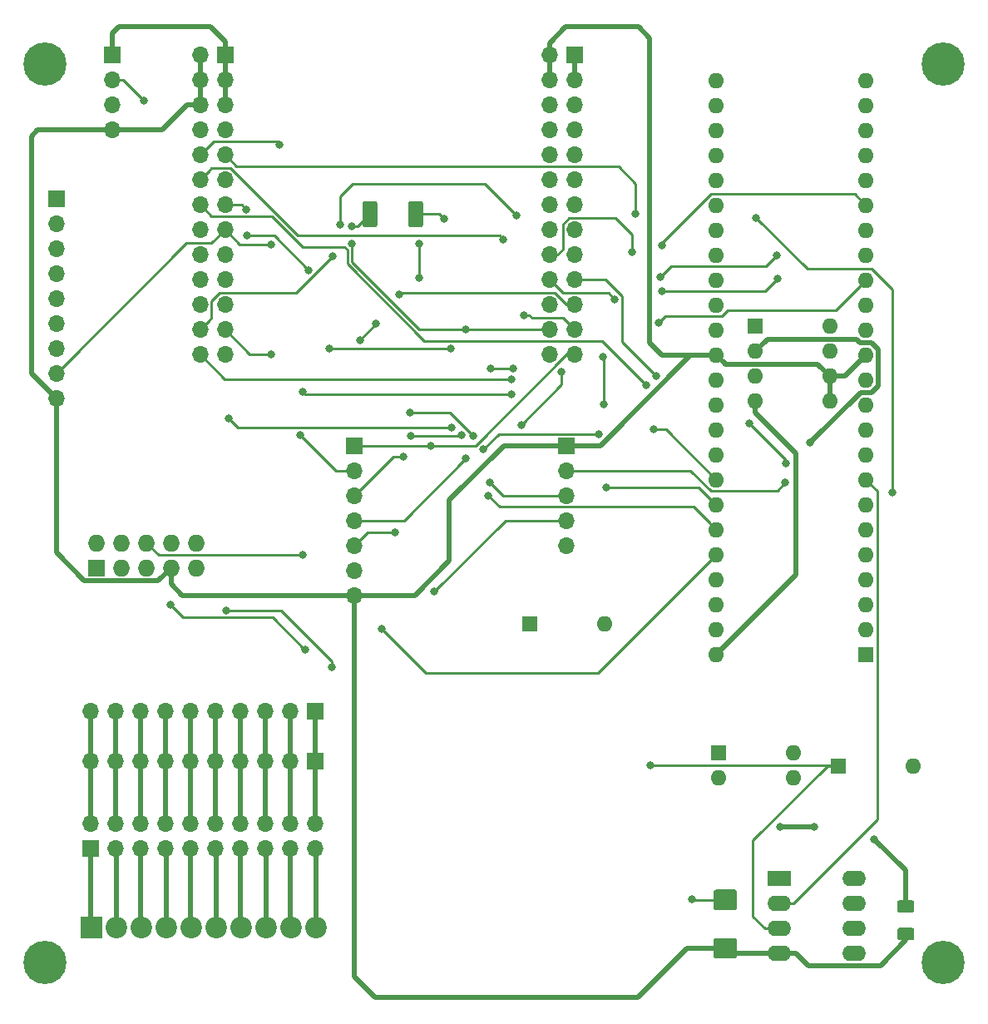
<source format=gbr>
G04 #@! TF.GenerationSoftware,KiCad,Pcbnew,(5.1.5)-3*
G04 #@! TF.CreationDate,2021-05-04T12:01:10+03:00*
G04 #@! TF.ProjectId,NandoBoard,4e616e64-6f42-46f6-9172-642e6b696361,rev?*
G04 #@! TF.SameCoordinates,Original*
G04 #@! TF.FileFunction,Copper,L1,Top*
G04 #@! TF.FilePolarity,Positive*
%FSLAX46Y46*%
G04 Gerber Fmt 4.6, Leading zero omitted, Abs format (unit mm)*
G04 Created by KiCad (PCBNEW (5.1.5)-3) date 2021-05-04 12:01:10*
%MOMM*%
%LPD*%
G04 APERTURE LIST*
%ADD10R,1.700000X1.700000*%
%ADD11O,1.700000X1.700000*%
%ADD12O,1.600000X1.600000*%
%ADD13R,1.600000X1.600000*%
%ADD14C,0.100000*%
%ADD15O,1.727200X1.727200*%
%ADD16R,1.727200X1.727200*%
%ADD17O,2.400000X1.600000*%
%ADD18R,2.400000X1.600000*%
%ADD19C,2.200000*%
%ADD20R,2.200000X2.200000*%
%ADD21C,4.400000*%
%ADD22C,0.700000*%
%ADD23C,0.800000*%
%ADD24C,0.250000*%
%ADD25C,0.500000*%
G04 APERTURE END LIST*
D10*
X61000000Y-38725000D03*
D11*
X58460000Y-38725000D03*
X61000000Y-41265000D03*
X58460000Y-41265000D03*
X61000000Y-43805000D03*
X58460000Y-43805000D03*
X61000000Y-46345000D03*
X58460000Y-46345000D03*
X61000000Y-48885000D03*
X58460000Y-48885000D03*
X61000000Y-51425000D03*
X58460000Y-51425000D03*
X61000000Y-53965000D03*
X58460000Y-53965000D03*
X61000000Y-56505000D03*
X58460000Y-56505000D03*
X61000000Y-59045000D03*
X58460000Y-59045000D03*
X61000000Y-61585000D03*
X58460000Y-61585000D03*
X61000000Y-64125000D03*
X58460000Y-64125000D03*
X61000000Y-66665000D03*
X58460000Y-66665000D03*
X61000000Y-69205000D03*
X58460000Y-69205000D03*
D12*
X131020000Y-111050000D03*
D13*
X123400000Y-111050000D03*
D12*
X118845000Y-109750000D03*
X111225000Y-112290000D03*
X118845000Y-112290000D03*
D13*
X111225000Y-109750000D03*
D12*
X99670000Y-96625000D03*
D13*
X92050000Y-96625000D03*
D12*
X122570000Y-66325000D03*
X114950000Y-73945000D03*
X122570000Y-68865000D03*
X114950000Y-71405000D03*
X122570000Y-71405000D03*
X114950000Y-68865000D03*
X122570000Y-73945000D03*
D13*
X114950000Y-66325000D03*
G04 #@! TA.AperFunction,SMDPad,CuDef*
D14*
G36*
X80949505Y-53576204D02*
G01*
X80973773Y-53579804D01*
X80997572Y-53585765D01*
X81020671Y-53594030D01*
X81042850Y-53604520D01*
X81063893Y-53617132D01*
X81083599Y-53631747D01*
X81101777Y-53648223D01*
X81118253Y-53666401D01*
X81132868Y-53686107D01*
X81145480Y-53707150D01*
X81155970Y-53729329D01*
X81164235Y-53752428D01*
X81170196Y-53776227D01*
X81173796Y-53800495D01*
X81175000Y-53824999D01*
X81175000Y-55975001D01*
X81173796Y-55999505D01*
X81170196Y-56023773D01*
X81164235Y-56047572D01*
X81155970Y-56070671D01*
X81145480Y-56092850D01*
X81132868Y-56113893D01*
X81118253Y-56133599D01*
X81101777Y-56151777D01*
X81083599Y-56168253D01*
X81063893Y-56182868D01*
X81042850Y-56195480D01*
X81020671Y-56205970D01*
X80997572Y-56214235D01*
X80973773Y-56220196D01*
X80949505Y-56223796D01*
X80925001Y-56225000D01*
X79899999Y-56225000D01*
X79875495Y-56223796D01*
X79851227Y-56220196D01*
X79827428Y-56214235D01*
X79804329Y-56205970D01*
X79782150Y-56195480D01*
X79761107Y-56182868D01*
X79741401Y-56168253D01*
X79723223Y-56151777D01*
X79706747Y-56133599D01*
X79692132Y-56113893D01*
X79679520Y-56092850D01*
X79669030Y-56070671D01*
X79660765Y-56047572D01*
X79654804Y-56023773D01*
X79651204Y-55999505D01*
X79650000Y-55975001D01*
X79650000Y-53824999D01*
X79651204Y-53800495D01*
X79654804Y-53776227D01*
X79660765Y-53752428D01*
X79669030Y-53729329D01*
X79679520Y-53707150D01*
X79692132Y-53686107D01*
X79706747Y-53666401D01*
X79723223Y-53648223D01*
X79741401Y-53631747D01*
X79761107Y-53617132D01*
X79782150Y-53604520D01*
X79804329Y-53594030D01*
X79827428Y-53585765D01*
X79851227Y-53579804D01*
X79875495Y-53576204D01*
X79899999Y-53575000D01*
X80925001Y-53575000D01*
X80949505Y-53576204D01*
G37*
G04 #@! TD.AperFunction*
G04 #@! TA.AperFunction,SMDPad,CuDef*
G36*
X76274505Y-53576204D02*
G01*
X76298773Y-53579804D01*
X76322572Y-53585765D01*
X76345671Y-53594030D01*
X76367850Y-53604520D01*
X76388893Y-53617132D01*
X76408599Y-53631747D01*
X76426777Y-53648223D01*
X76443253Y-53666401D01*
X76457868Y-53686107D01*
X76470480Y-53707150D01*
X76480970Y-53729329D01*
X76489235Y-53752428D01*
X76495196Y-53776227D01*
X76498796Y-53800495D01*
X76500000Y-53824999D01*
X76500000Y-55975001D01*
X76498796Y-55999505D01*
X76495196Y-56023773D01*
X76489235Y-56047572D01*
X76480970Y-56070671D01*
X76470480Y-56092850D01*
X76457868Y-56113893D01*
X76443253Y-56133599D01*
X76426777Y-56151777D01*
X76408599Y-56168253D01*
X76388893Y-56182868D01*
X76367850Y-56195480D01*
X76345671Y-56205970D01*
X76322572Y-56214235D01*
X76298773Y-56220196D01*
X76274505Y-56223796D01*
X76250001Y-56225000D01*
X75224999Y-56225000D01*
X75200495Y-56223796D01*
X75176227Y-56220196D01*
X75152428Y-56214235D01*
X75129329Y-56205970D01*
X75107150Y-56195480D01*
X75086107Y-56182868D01*
X75066401Y-56168253D01*
X75048223Y-56151777D01*
X75031747Y-56133599D01*
X75017132Y-56113893D01*
X75004520Y-56092850D01*
X74994030Y-56070671D01*
X74985765Y-56047572D01*
X74979804Y-56023773D01*
X74976204Y-55999505D01*
X74975000Y-55975001D01*
X74975000Y-53824999D01*
X74976204Y-53800495D01*
X74979804Y-53776227D01*
X74985765Y-53752428D01*
X74994030Y-53729329D01*
X75004520Y-53707150D01*
X75017132Y-53686107D01*
X75031747Y-53666401D01*
X75048223Y-53648223D01*
X75066401Y-53631747D01*
X75086107Y-53617132D01*
X75107150Y-53604520D01*
X75129329Y-53594030D01*
X75152428Y-53585765D01*
X75176227Y-53579804D01*
X75200495Y-53576204D01*
X75224999Y-53575000D01*
X76250001Y-53575000D01*
X76274505Y-53576204D01*
G37*
G04 #@! TD.AperFunction*
D15*
X58060000Y-88360000D03*
X58060000Y-90900000D03*
X55520000Y-88360000D03*
X55520000Y-90900000D03*
X52980000Y-88360000D03*
X52980000Y-90900000D03*
X50440000Y-88360000D03*
X50440000Y-90900000D03*
X47900000Y-88360000D03*
D16*
X47900000Y-90900000D03*
D11*
X47290000Y-105500000D03*
X49830000Y-105500000D03*
X52370000Y-105500000D03*
X54910000Y-105500000D03*
X57450000Y-105500000D03*
X59990000Y-105500000D03*
X62530000Y-105500000D03*
X65070000Y-105500000D03*
X67610000Y-105500000D03*
D10*
X70150000Y-105500000D03*
D11*
X70200000Y-116960000D03*
X70200000Y-119500000D03*
X67660000Y-116960000D03*
X67660000Y-119500000D03*
X65120000Y-116960000D03*
X65120000Y-119500000D03*
X62580000Y-116960000D03*
X62580000Y-119500000D03*
X60040000Y-116960000D03*
X60040000Y-119500000D03*
X57500000Y-116960000D03*
X57500000Y-119500000D03*
X54960000Y-116960000D03*
X54960000Y-119500000D03*
X52420000Y-116960000D03*
X52420000Y-119500000D03*
X49880000Y-116960000D03*
X49880000Y-119500000D03*
X47340000Y-116960000D03*
D10*
X47340000Y-119500000D03*
D11*
X74175000Y-93690000D03*
X74175000Y-91150000D03*
X74175000Y-88610000D03*
X74175000Y-86070000D03*
X74175000Y-83530000D03*
X74175000Y-80990000D03*
D10*
X74175000Y-78450000D03*
D11*
X47290000Y-110600000D03*
X49830000Y-110600000D03*
X52370000Y-110600000D03*
X54910000Y-110600000D03*
X57450000Y-110600000D03*
X59990000Y-110600000D03*
X62530000Y-110600000D03*
X65070000Y-110600000D03*
X67610000Y-110600000D03*
D10*
X70150000Y-110600000D03*
D17*
X125020000Y-122500000D03*
X117400000Y-130120000D03*
X125020000Y-125040000D03*
X117400000Y-127580000D03*
X125020000Y-127580000D03*
X117400000Y-125040000D03*
X125020000Y-130120000D03*
D18*
X117400000Y-122500000D03*
D11*
X49530000Y-46355000D03*
X49530000Y-43815000D03*
X49530000Y-41275000D03*
D10*
X49530000Y-38735000D03*
D11*
X95775000Y-88610000D03*
X95775000Y-86070000D03*
X95775000Y-83530000D03*
X95775000Y-80990000D03*
D10*
X95775000Y-78450000D03*
D19*
X70260000Y-127500000D03*
X67720000Y-127500000D03*
X65180000Y-127500000D03*
X62640000Y-127500000D03*
X60100000Y-127500000D03*
X57560000Y-127500000D03*
X55020000Y-127500000D03*
X52480000Y-127500000D03*
X49940000Y-127500000D03*
D20*
X47400000Y-127500000D03*
G04 #@! TA.AperFunction,SMDPad,CuDef*
D14*
G36*
X130949504Y-127551204D02*
G01*
X130973773Y-127554804D01*
X130997571Y-127560765D01*
X131020671Y-127569030D01*
X131042849Y-127579520D01*
X131063893Y-127592133D01*
X131083598Y-127606747D01*
X131101777Y-127623223D01*
X131118253Y-127641402D01*
X131132867Y-127661107D01*
X131145480Y-127682151D01*
X131155970Y-127704329D01*
X131164235Y-127727429D01*
X131170196Y-127751227D01*
X131173796Y-127775496D01*
X131175000Y-127800000D01*
X131175000Y-128550000D01*
X131173796Y-128574504D01*
X131170196Y-128598773D01*
X131164235Y-128622571D01*
X131155970Y-128645671D01*
X131145480Y-128667849D01*
X131132867Y-128688893D01*
X131118253Y-128708598D01*
X131101777Y-128726777D01*
X131083598Y-128743253D01*
X131063893Y-128757867D01*
X131042849Y-128770480D01*
X131020671Y-128780970D01*
X130997571Y-128789235D01*
X130973773Y-128795196D01*
X130949504Y-128798796D01*
X130925000Y-128800000D01*
X129675000Y-128800000D01*
X129650496Y-128798796D01*
X129626227Y-128795196D01*
X129602429Y-128789235D01*
X129579329Y-128780970D01*
X129557151Y-128770480D01*
X129536107Y-128757867D01*
X129516402Y-128743253D01*
X129498223Y-128726777D01*
X129481747Y-128708598D01*
X129467133Y-128688893D01*
X129454520Y-128667849D01*
X129444030Y-128645671D01*
X129435765Y-128622571D01*
X129429804Y-128598773D01*
X129426204Y-128574504D01*
X129425000Y-128550000D01*
X129425000Y-127800000D01*
X129426204Y-127775496D01*
X129429804Y-127751227D01*
X129435765Y-127727429D01*
X129444030Y-127704329D01*
X129454520Y-127682151D01*
X129467133Y-127661107D01*
X129481747Y-127641402D01*
X129498223Y-127623223D01*
X129516402Y-127606747D01*
X129536107Y-127592133D01*
X129557151Y-127579520D01*
X129579329Y-127569030D01*
X129602429Y-127560765D01*
X129626227Y-127554804D01*
X129650496Y-127551204D01*
X129675000Y-127550000D01*
X130925000Y-127550000D01*
X130949504Y-127551204D01*
G37*
G04 #@! TD.AperFunction*
G04 #@! TA.AperFunction,SMDPad,CuDef*
G36*
X130949504Y-124751204D02*
G01*
X130973773Y-124754804D01*
X130997571Y-124760765D01*
X131020671Y-124769030D01*
X131042849Y-124779520D01*
X131063893Y-124792133D01*
X131083598Y-124806747D01*
X131101777Y-124823223D01*
X131118253Y-124841402D01*
X131132867Y-124861107D01*
X131145480Y-124882151D01*
X131155970Y-124904329D01*
X131164235Y-124927429D01*
X131170196Y-124951227D01*
X131173796Y-124975496D01*
X131175000Y-125000000D01*
X131175000Y-125750000D01*
X131173796Y-125774504D01*
X131170196Y-125798773D01*
X131164235Y-125822571D01*
X131155970Y-125845671D01*
X131145480Y-125867849D01*
X131132867Y-125888893D01*
X131118253Y-125908598D01*
X131101777Y-125926777D01*
X131083598Y-125943253D01*
X131063893Y-125957867D01*
X131042849Y-125970480D01*
X131020671Y-125980970D01*
X130997571Y-125989235D01*
X130973773Y-125995196D01*
X130949504Y-125998796D01*
X130925000Y-126000000D01*
X129675000Y-126000000D01*
X129650496Y-125998796D01*
X129626227Y-125995196D01*
X129602429Y-125989235D01*
X129579329Y-125980970D01*
X129557151Y-125970480D01*
X129536107Y-125957867D01*
X129516402Y-125943253D01*
X129498223Y-125926777D01*
X129481747Y-125908598D01*
X129467133Y-125888893D01*
X129454520Y-125867849D01*
X129444030Y-125845671D01*
X129435765Y-125822571D01*
X129429804Y-125798773D01*
X129426204Y-125774504D01*
X129425000Y-125750000D01*
X129425000Y-125000000D01*
X129426204Y-124975496D01*
X129429804Y-124951227D01*
X129435765Y-124927429D01*
X129444030Y-124904329D01*
X129454520Y-124882151D01*
X129467133Y-124861107D01*
X129481747Y-124841402D01*
X129498223Y-124823223D01*
X129516402Y-124806747D01*
X129536107Y-124792133D01*
X129557151Y-124779520D01*
X129579329Y-124769030D01*
X129602429Y-124760765D01*
X129626227Y-124754804D01*
X129650496Y-124751204D01*
X129675000Y-124750000D01*
X130925000Y-124750000D01*
X130949504Y-124751204D01*
G37*
G04 #@! TD.AperFunction*
G04 #@! TA.AperFunction,SMDPad,CuDef*
G36*
X112874504Y-128576204D02*
G01*
X112898773Y-128579804D01*
X112922571Y-128585765D01*
X112945671Y-128594030D01*
X112967849Y-128604520D01*
X112988893Y-128617133D01*
X113008598Y-128631747D01*
X113026777Y-128648223D01*
X113043253Y-128666402D01*
X113057867Y-128686107D01*
X113070480Y-128707151D01*
X113080970Y-128729329D01*
X113089235Y-128752429D01*
X113095196Y-128776227D01*
X113098796Y-128800496D01*
X113100000Y-128825000D01*
X113100000Y-130400000D01*
X113098796Y-130424504D01*
X113095196Y-130448773D01*
X113089235Y-130472571D01*
X113080970Y-130495671D01*
X113070480Y-130517849D01*
X113057867Y-130538893D01*
X113043253Y-130558598D01*
X113026777Y-130576777D01*
X113008598Y-130593253D01*
X112988893Y-130607867D01*
X112967849Y-130620480D01*
X112945671Y-130630970D01*
X112922571Y-130639235D01*
X112898773Y-130645196D01*
X112874504Y-130648796D01*
X112850000Y-130650000D01*
X111000000Y-130650000D01*
X110975496Y-130648796D01*
X110951227Y-130645196D01*
X110927429Y-130639235D01*
X110904329Y-130630970D01*
X110882151Y-130620480D01*
X110861107Y-130607867D01*
X110841402Y-130593253D01*
X110823223Y-130576777D01*
X110806747Y-130558598D01*
X110792133Y-130538893D01*
X110779520Y-130517849D01*
X110769030Y-130495671D01*
X110760765Y-130472571D01*
X110754804Y-130448773D01*
X110751204Y-130424504D01*
X110750000Y-130400000D01*
X110750000Y-128825000D01*
X110751204Y-128800496D01*
X110754804Y-128776227D01*
X110760765Y-128752429D01*
X110769030Y-128729329D01*
X110779520Y-128707151D01*
X110792133Y-128686107D01*
X110806747Y-128666402D01*
X110823223Y-128648223D01*
X110841402Y-128631747D01*
X110861107Y-128617133D01*
X110882151Y-128604520D01*
X110904329Y-128594030D01*
X110927429Y-128585765D01*
X110951227Y-128579804D01*
X110975496Y-128576204D01*
X111000000Y-128575000D01*
X112850000Y-128575000D01*
X112874504Y-128576204D01*
G37*
G04 #@! TD.AperFunction*
G04 #@! TA.AperFunction,SMDPad,CuDef*
G36*
X112874504Y-123651204D02*
G01*
X112898773Y-123654804D01*
X112922571Y-123660765D01*
X112945671Y-123669030D01*
X112967849Y-123679520D01*
X112988893Y-123692133D01*
X113008598Y-123706747D01*
X113026777Y-123723223D01*
X113043253Y-123741402D01*
X113057867Y-123761107D01*
X113070480Y-123782151D01*
X113080970Y-123804329D01*
X113089235Y-123827429D01*
X113095196Y-123851227D01*
X113098796Y-123875496D01*
X113100000Y-123900000D01*
X113100000Y-125475000D01*
X113098796Y-125499504D01*
X113095196Y-125523773D01*
X113089235Y-125547571D01*
X113080970Y-125570671D01*
X113070480Y-125592849D01*
X113057867Y-125613893D01*
X113043253Y-125633598D01*
X113026777Y-125651777D01*
X113008598Y-125668253D01*
X112988893Y-125682867D01*
X112967849Y-125695480D01*
X112945671Y-125705970D01*
X112922571Y-125714235D01*
X112898773Y-125720196D01*
X112874504Y-125723796D01*
X112850000Y-125725000D01*
X111000000Y-125725000D01*
X110975496Y-125723796D01*
X110951227Y-125720196D01*
X110927429Y-125714235D01*
X110904329Y-125705970D01*
X110882151Y-125695480D01*
X110861107Y-125682867D01*
X110841402Y-125668253D01*
X110823223Y-125651777D01*
X110806747Y-125633598D01*
X110792133Y-125613893D01*
X110779520Y-125592849D01*
X110769030Y-125570671D01*
X110760765Y-125547571D01*
X110754804Y-125523773D01*
X110751204Y-125499504D01*
X110750000Y-125475000D01*
X110750000Y-123900000D01*
X110751204Y-123875496D01*
X110754804Y-123851227D01*
X110760765Y-123827429D01*
X110769030Y-123804329D01*
X110779520Y-123782151D01*
X110792133Y-123761107D01*
X110806747Y-123741402D01*
X110823223Y-123723223D01*
X110841402Y-123706747D01*
X110861107Y-123692133D01*
X110882151Y-123679520D01*
X110904329Y-123669030D01*
X110927429Y-123660765D01*
X110951227Y-123654804D01*
X110975496Y-123651204D01*
X111000000Y-123650000D01*
X112850000Y-123650000D01*
X112874504Y-123651204D01*
G37*
G04 #@! TD.AperFunction*
D13*
X126255000Y-99720000D03*
D12*
X111015000Y-41300000D03*
X126255000Y-97180000D03*
X111015000Y-43840000D03*
X126255000Y-94640000D03*
X111015000Y-46380000D03*
X126255000Y-92100000D03*
X111015000Y-48920000D03*
X126255000Y-89560000D03*
X111015000Y-51460000D03*
X126255000Y-87020000D03*
X111015000Y-54000000D03*
X126255000Y-84480000D03*
X111015000Y-56540000D03*
X126255000Y-81940000D03*
X111015000Y-59080000D03*
X126255000Y-79400000D03*
X111015000Y-61620000D03*
X126255000Y-76860000D03*
X111015000Y-64160000D03*
X126255000Y-74320000D03*
X111015000Y-66700000D03*
X126255000Y-71780000D03*
X111015000Y-69240000D03*
X126255000Y-69240000D03*
X111015000Y-71780000D03*
X126255000Y-66700000D03*
X111015000Y-74320000D03*
X126255000Y-64160000D03*
X111015000Y-76860000D03*
X126255000Y-61620000D03*
X111015000Y-79400000D03*
X126255000Y-59080000D03*
X111015000Y-81940000D03*
X126255000Y-56540000D03*
X111015000Y-84480000D03*
X126255000Y-54000000D03*
X111015000Y-87020000D03*
X126255000Y-51460000D03*
X111015000Y-89560000D03*
X126255000Y-48920000D03*
X111015000Y-92100000D03*
X126255000Y-46380000D03*
X111015000Y-94640000D03*
X126255000Y-43840000D03*
X111015000Y-97180000D03*
X126255000Y-41300000D03*
X111015000Y-99720000D03*
D21*
X42690000Y-39650000D03*
D22*
X44340000Y-39650000D03*
X43856726Y-40816726D03*
X42690000Y-41300000D03*
X41523274Y-40816726D03*
X41040000Y-39650000D03*
X41523274Y-38483274D03*
X42690000Y-38000000D03*
X43856726Y-38483274D03*
X135256726Y-40816726D03*
X135740000Y-39650000D03*
X135256726Y-38483274D03*
X134090000Y-38000000D03*
X132923274Y-38483274D03*
X132440000Y-39650000D03*
X132923274Y-40816726D03*
X134090000Y-41300000D03*
D21*
X134090000Y-39650000D03*
D22*
X132923274Y-132216726D03*
X134090000Y-132700000D03*
X135256726Y-132216726D03*
X135740000Y-131050000D03*
X135256726Y-129883274D03*
X134090000Y-129400000D03*
X132923274Y-129883274D03*
X132440000Y-131050000D03*
D21*
X134090000Y-131050000D03*
D22*
X41523274Y-129883274D03*
X41040000Y-131050000D03*
X41523274Y-132216726D03*
X42690000Y-132700000D03*
X43856726Y-132216726D03*
X44340000Y-131050000D03*
X43856726Y-129883274D03*
X42690000Y-129400000D03*
D21*
X42690000Y-131050000D03*
D11*
X94025000Y-69205000D03*
X96565000Y-69205000D03*
X94025000Y-66665000D03*
X96565000Y-66665000D03*
X94025000Y-64125000D03*
X96565000Y-64125000D03*
X94025000Y-61585000D03*
X96565000Y-61585000D03*
X94025000Y-59045000D03*
X96565000Y-59045000D03*
X94025000Y-56505000D03*
X96565000Y-56505000D03*
X94025000Y-53965000D03*
X96565000Y-53965000D03*
X94025000Y-51425000D03*
X96565000Y-51425000D03*
X94025000Y-48885000D03*
X96565000Y-48885000D03*
X94025000Y-46345000D03*
X96565000Y-46345000D03*
X94025000Y-43805000D03*
X96565000Y-43805000D03*
X94025000Y-41265000D03*
X96565000Y-41265000D03*
X94025000Y-38725000D03*
D10*
X96565000Y-38725000D03*
X43815000Y-53340000D03*
D11*
X43815000Y-55880000D03*
X43815000Y-58420000D03*
X43815000Y-60960000D03*
X43815000Y-63500000D03*
X43815000Y-66040000D03*
X43815000Y-68580000D03*
X43815000Y-71120000D03*
X43815000Y-73660000D03*
D23*
X108500000Y-124650000D03*
X127100000Y-118500000D03*
X120950000Y-117300000D03*
X117550000Y-117300000D03*
X55450000Y-94688600D03*
X69200000Y-99200000D03*
X104300000Y-111000000D03*
X117250000Y-61500000D03*
X105450000Y-62750000D03*
X90150000Y-71700000D03*
X105500000Y-58050000D03*
X90650000Y-55000000D03*
X72750000Y-55950000D03*
X72000000Y-59150000D03*
X58460000Y-66665000D03*
X61400000Y-75700000D03*
X84100000Y-76600000D03*
X87800000Y-83550000D03*
X103900000Y-72350000D03*
X104650000Y-76800000D03*
X89350000Y-57500000D03*
X66550000Y-47800000D03*
X52705000Y-43354999D03*
X68891459Y-89608541D03*
X90300000Y-70600000D03*
X88050000Y-70600000D03*
X88000000Y-82200000D03*
X85550000Y-79750000D03*
X73900000Y-57900000D03*
X73900000Y-56150000D03*
X95250000Y-70975000D03*
X91150000Y-76350000D03*
X118050000Y-82250000D03*
X68650000Y-77350000D03*
X71650000Y-68600000D03*
X83950000Y-68565001D03*
X85515000Y-66665000D03*
X82300000Y-93300000D03*
X99550000Y-74250000D03*
X99450000Y-69400000D03*
X100677653Y-63577653D03*
X102400000Y-58750000D03*
X115050000Y-55250000D03*
X128900000Y-83250000D03*
X76950000Y-97100000D03*
X65700000Y-58000000D03*
X63150000Y-54415001D03*
X63200000Y-57100000D03*
X69511306Y-60613388D03*
X79850000Y-75100000D03*
X86300000Y-77500000D03*
X87325000Y-78847805D03*
X99050000Y-77300000D03*
X99850000Y-82700000D03*
X117200000Y-59100000D03*
X105300000Y-61300000D03*
X71900000Y-101000000D03*
X61086400Y-95213600D03*
X79150000Y-79550000D03*
X79900000Y-77500000D03*
X85100000Y-77400000D03*
X91400000Y-65200000D03*
X105150000Y-66000000D03*
X90150000Y-73200000D03*
X68950000Y-73000000D03*
X65700000Y-69200000D03*
X120600000Y-78150000D03*
X104900000Y-71400000D03*
X114400000Y-76200000D03*
X118100000Y-80250000D03*
X102800000Y-54900000D03*
X111015000Y-56540000D03*
X81950000Y-78450000D03*
X78750000Y-63050000D03*
X76400000Y-66050000D03*
X74750000Y-67700000D03*
X78350000Y-87300000D03*
X80800000Y-61400000D03*
X80800000Y-57900000D03*
X83300000Y-55400000D03*
D24*
X108537500Y-124687500D02*
X108500000Y-124650000D01*
X111925000Y-124687500D02*
X108537500Y-124687500D01*
D25*
X58460000Y-38725000D02*
X58460000Y-43805000D01*
X94025000Y-38725000D02*
X94025000Y-41265000D01*
X104250000Y-68000000D02*
X105490000Y-69240000D01*
X94025000Y-37522919D02*
X95697909Y-35850010D01*
X94025000Y-38725000D02*
X94025000Y-37522919D01*
X95697909Y-35850010D02*
X103100010Y-35850010D01*
X104250000Y-37000000D02*
X104250000Y-68000000D01*
X103100010Y-35850010D02*
X104250000Y-37000000D01*
X111814999Y-70039999D02*
X111015000Y-69240000D01*
X111929999Y-70154999D02*
X111814999Y-70039999D01*
X121319999Y-70154999D02*
X111929999Y-70154999D01*
X122570000Y-71405000D02*
X121319999Y-70154999D01*
X122570000Y-71405000D02*
X122570000Y-73945000D01*
X124090000Y-71405000D02*
X126255000Y-69240000D01*
X122570000Y-71405000D02*
X124090000Y-71405000D01*
X99200000Y-78450000D02*
X95775000Y-78450000D01*
X108410000Y-69240000D02*
X99200000Y-78450000D01*
X108410000Y-69240000D02*
X111015000Y-69240000D01*
X105490000Y-69240000D02*
X108410000Y-69240000D01*
X55520000Y-90900000D02*
X55520000Y-92570000D01*
X56640000Y-93690000D02*
X74175000Y-93690000D01*
X55520000Y-92570000D02*
X56640000Y-93690000D01*
X119100000Y-130120000D02*
X117400000Y-130120000D01*
X120350010Y-131370010D02*
X119100000Y-130120000D01*
X127729990Y-131370010D02*
X120350010Y-131370010D01*
X130300000Y-128800000D02*
X127729990Y-131370010D01*
X130300000Y-128175000D02*
X130300000Y-128800000D01*
X112432500Y-130120000D02*
X111925000Y-129612500D01*
X117400000Y-130120000D02*
X112432500Y-130120000D01*
X76250000Y-134600000D02*
X103000000Y-134600000D01*
X107987500Y-129612500D02*
X111925000Y-129612500D01*
X103000000Y-134600000D02*
X107987500Y-129612500D01*
X74175000Y-93690000D02*
X74175000Y-132525000D01*
X74175000Y-132525000D02*
X76250000Y-134600000D01*
X89415000Y-78450000D02*
X83850000Y-84015000D01*
X95775000Y-78450000D02*
X89415000Y-78450000D01*
X83850000Y-84015000D02*
X83850000Y-90200000D01*
X80360000Y-93690000D02*
X74175000Y-93690000D01*
X83850000Y-90200000D02*
X80360000Y-93690000D01*
X54610000Y-46355000D02*
X49530000Y-46355000D01*
X58460000Y-43805000D02*
X57160000Y-43805000D01*
X57160000Y-43805000D02*
X54610000Y-46355000D01*
X49530000Y-46355000D02*
X41910000Y-46355000D01*
X41910000Y-46355000D02*
X41275000Y-46990000D01*
X41275000Y-46990000D02*
X41275000Y-71120000D01*
X41275000Y-71120000D02*
X43815000Y-73660000D01*
X43815000Y-74862081D02*
X43815000Y-73660000D01*
X43815000Y-89352202D02*
X43815000Y-74862081D01*
X46676399Y-92213601D02*
X43815000Y-89352202D01*
X54206399Y-92213601D02*
X46676399Y-92213601D01*
X55520000Y-90900000D02*
X54206399Y-92213601D01*
X130300000Y-125375000D02*
X130300000Y-121700000D01*
X130300000Y-121700000D02*
X127100000Y-118500000D01*
X120950000Y-117300000D02*
X117550000Y-117300000D01*
X70260000Y-119560000D02*
X70200000Y-119500000D01*
X70260000Y-127500000D02*
X70260000Y-119560000D01*
X67660000Y-127440000D02*
X67720000Y-127500000D01*
X67660000Y-119500000D02*
X67660000Y-127440000D01*
X65180000Y-119560000D02*
X65120000Y-119500000D01*
X65180000Y-127500000D02*
X65180000Y-119560000D01*
X62580000Y-127440000D02*
X62640000Y-127500000D01*
X62580000Y-119500000D02*
X62580000Y-127440000D01*
X60100000Y-119560000D02*
X60040000Y-119500000D01*
X60100000Y-127500000D02*
X60100000Y-119560000D01*
X57500000Y-127440000D02*
X57560000Y-127500000D01*
X57500000Y-119500000D02*
X57500000Y-127440000D01*
X55020000Y-119560000D02*
X54960000Y-119500000D01*
X55020000Y-127500000D02*
X55020000Y-119560000D01*
X52420000Y-127440000D02*
X52480000Y-127500000D01*
X52420000Y-119500000D02*
X52420000Y-127440000D01*
X49940000Y-119560000D02*
X49880000Y-119500000D01*
X49940000Y-127500000D02*
X49940000Y-119560000D01*
X47340000Y-127440000D02*
X47400000Y-127500000D01*
X47340000Y-119500000D02*
X47340000Y-127440000D01*
D24*
X55450000Y-94688600D02*
X56700000Y-95938600D01*
X56700000Y-95938600D02*
X65838600Y-95938600D01*
X65838600Y-95938600D02*
X69100000Y-99200000D01*
X69100000Y-99200000D02*
X69200000Y-99200000D01*
X123350000Y-111000000D02*
X123400000Y-111050000D01*
X104300000Y-111000000D02*
X123350000Y-111000000D01*
X122350000Y-111050000D02*
X114750000Y-118650000D01*
X123400000Y-111050000D02*
X122350000Y-111050000D01*
X115950000Y-127580000D02*
X117400000Y-127580000D01*
X114750000Y-126380000D02*
X115950000Y-127580000D01*
X114750000Y-118650000D02*
X114750000Y-126380000D01*
D25*
X61000000Y-38725000D02*
X61000000Y-41265000D01*
X61000000Y-41265000D02*
X61000000Y-43805000D01*
X49530000Y-36485010D02*
X49530000Y-38735000D01*
X50165000Y-35850010D02*
X49530000Y-36485010D01*
X59475010Y-35850010D02*
X50165000Y-35850010D01*
X61000000Y-38725000D02*
X61000000Y-37375000D01*
X61000000Y-37375000D02*
X59475010Y-35850010D01*
X70200000Y-110650000D02*
X70150000Y-110600000D01*
X70200000Y-116960000D02*
X70200000Y-110650000D01*
X70150000Y-105500000D02*
X70150000Y-110600000D01*
X67610000Y-116910000D02*
X67660000Y-116960000D01*
X67610000Y-105500000D02*
X67610000Y-116910000D01*
X67610000Y-109397919D02*
X67610000Y-105500000D01*
X67610000Y-110600000D02*
X67610000Y-109397919D01*
X65070000Y-116910000D02*
X65120000Y-116960000D01*
X65070000Y-105500000D02*
X65070000Y-116910000D01*
X62530000Y-116910000D02*
X62580000Y-116960000D01*
X62530000Y-105500000D02*
X62530000Y-116910000D01*
X59990000Y-116910000D02*
X60040000Y-116960000D01*
X59990000Y-105500000D02*
X59990000Y-116910000D01*
X57450000Y-116910000D02*
X57500000Y-116960000D01*
X57450000Y-105500000D02*
X57450000Y-116910000D01*
X54910000Y-116910000D02*
X54960000Y-116960000D01*
X54910000Y-105500000D02*
X54910000Y-116910000D01*
X52370000Y-116910000D02*
X52420000Y-116960000D01*
X52370000Y-105500000D02*
X52370000Y-116910000D01*
X49830000Y-116910000D02*
X49880000Y-116960000D01*
X49830000Y-105500000D02*
X49830000Y-116910000D01*
X47290000Y-105500000D02*
X47290000Y-110600000D01*
X47290000Y-116910000D02*
X47340000Y-116960000D01*
X47290000Y-110600000D02*
X47290000Y-116910000D01*
D24*
X117250000Y-61500000D02*
X116000000Y-62750000D01*
X116000000Y-62750000D02*
X105450000Y-62750000D01*
X60955000Y-71700000D02*
X58460000Y-69205000D01*
X90150000Y-71700000D02*
X60955000Y-71700000D01*
X110474999Y-52874999D02*
X105500000Y-57849998D01*
X126255000Y-54000000D02*
X125129999Y-52874999D01*
X105500000Y-57849998D02*
X105500000Y-58050000D01*
X125129999Y-52874999D02*
X110474999Y-52874999D01*
X90650000Y-55000000D02*
X87450000Y-51800000D01*
X87450000Y-51800000D02*
X74000000Y-51800000D01*
X74000000Y-51800000D02*
X72750000Y-53050000D01*
X72750000Y-53050000D02*
X72750000Y-55950000D01*
X59309999Y-65815001D02*
X58460000Y-66665000D01*
X59635001Y-63750997D02*
X59635001Y-65489999D01*
X60435999Y-62949999D02*
X59635001Y-63750997D01*
X68200001Y-62949999D02*
X60435999Y-62949999D01*
X59635001Y-65489999D02*
X59309999Y-65815001D01*
X72000000Y-59150000D02*
X68200001Y-62949999D01*
X61400000Y-75700000D02*
X62300000Y-76600000D01*
X62300000Y-76600000D02*
X84100000Y-76600000D01*
X110215001Y-86220001D02*
X111015000Y-87020000D01*
X108700001Y-84705001D02*
X110215001Y-86220001D01*
X88955001Y-84705001D02*
X108700001Y-84705001D01*
X87800000Y-83550000D02*
X88955001Y-84705001D01*
X73449991Y-59986401D02*
X81303591Y-67840001D01*
X81303591Y-67840001D02*
X99390001Y-67840001D01*
X73449990Y-58522992D02*
X73449991Y-59986401D01*
X99390001Y-67840001D02*
X103900000Y-72350000D01*
X59635001Y-55140001D02*
X65817593Y-55140001D01*
X58460000Y-53965000D02*
X59635001Y-55140001D01*
X65817593Y-55140001D02*
X68925593Y-58248001D01*
X68925593Y-58248001D02*
X73174999Y-58248001D01*
X73174999Y-58248001D02*
X73449990Y-58522992D01*
X105875000Y-76800000D02*
X111015000Y-81940000D01*
X104650000Y-76800000D02*
X105875000Y-76800000D01*
X59635001Y-50249999D02*
X59309999Y-50575001D01*
X68414003Y-57100001D02*
X61564001Y-50249999D01*
X61564001Y-50249999D02*
X59635001Y-50249999D01*
X88950001Y-57100001D02*
X68414003Y-57100001D01*
X59309999Y-50575001D02*
X58460000Y-51425000D01*
X89350000Y-57500000D02*
X88950001Y-57100001D01*
X59824999Y-47520001D02*
X59309999Y-48035001D01*
X59309999Y-48035001D02*
X58460000Y-48885000D01*
X66270001Y-47520001D02*
X59824999Y-47520001D01*
X66550000Y-47800000D02*
X66270001Y-47520001D01*
X50625001Y-41275000D02*
X49530000Y-41275000D01*
X52705000Y-43354999D02*
X50625001Y-41275000D01*
X52980000Y-88360000D02*
X54228541Y-89608541D01*
X54228541Y-89608541D02*
X68891459Y-89608541D01*
X90300000Y-70600000D02*
X88050000Y-70600000D01*
X89330000Y-83530000D02*
X95775000Y-83530000D01*
X88000000Y-82200000D02*
X89330000Y-83530000D01*
X79230000Y-86070000D02*
X74175000Y-86070000D01*
X85550000Y-79750000D02*
X79230000Y-86070000D01*
X118850000Y-125040000D02*
X117400000Y-125040000D01*
X127380001Y-116509999D02*
X118850000Y-125040000D01*
X127380001Y-83065001D02*
X127380001Y-116509999D01*
X126255000Y-81940000D02*
X127380001Y-83065001D01*
X80765000Y-66665000D02*
X73900000Y-59800000D01*
X73900000Y-59800000D02*
X73900000Y-57900000D01*
X74487500Y-56150000D02*
X75737500Y-54900000D01*
X73900000Y-56150000D02*
X74487500Y-56150000D01*
X95250000Y-70975000D02*
X95250000Y-72250000D01*
X95250000Y-72250000D02*
X91150000Y-76350000D01*
X117234999Y-83065001D02*
X118050000Y-82250000D01*
X110474999Y-83065001D02*
X117234999Y-83065001D01*
X95775000Y-80990000D02*
X108399998Y-80990000D01*
X108399998Y-80990000D02*
X110474999Y-83065001D01*
X74175000Y-80990000D02*
X72290000Y-80990000D01*
X72290000Y-80990000D02*
X68650000Y-77350000D01*
X71650000Y-68600000D02*
X83915001Y-68600000D01*
X83915001Y-68600000D02*
X83950000Y-68565001D01*
X94025000Y-66665000D02*
X85515000Y-66665000D01*
X85515000Y-66665000D02*
X80765000Y-66665000D01*
X95775000Y-86070000D02*
X89530000Y-86070000D01*
X89530000Y-86070000D02*
X82300000Y-93300000D01*
X99550000Y-74250000D02*
X99550000Y-69500000D01*
X99550000Y-69500000D02*
X99450000Y-69400000D01*
X95389999Y-62949999D02*
X94874999Y-62434999D01*
X100049999Y-62949999D02*
X95389999Y-62949999D01*
X94874999Y-62434999D02*
X94025000Y-61585000D01*
X100677653Y-63577653D02*
X100049999Y-62949999D01*
X96000999Y-55329999D02*
X100779999Y-55329999D01*
X95389999Y-55940999D02*
X96000999Y-55329999D01*
X95389999Y-58480999D02*
X95389999Y-55940999D01*
X94025000Y-59045000D02*
X94825998Y-59045000D01*
X94825998Y-59045000D02*
X95389999Y-58480999D01*
X100779999Y-55329999D02*
X102400000Y-56950000D01*
X102400000Y-56950000D02*
X102400000Y-58750000D01*
X128900000Y-62599998D02*
X128900000Y-83250000D01*
X126795001Y-60494999D02*
X128900000Y-62599998D01*
X115050000Y-55250000D02*
X120294999Y-60494999D01*
X120294999Y-60494999D02*
X126795001Y-60494999D01*
D25*
X114950000Y-75076370D02*
X119150000Y-79276370D01*
X114950000Y-73945000D02*
X114950000Y-75076370D01*
X119150000Y-91585000D02*
X111015000Y-99720000D01*
X119150000Y-79276370D02*
X119150000Y-91585000D01*
D24*
X111015000Y-89560000D02*
X98975000Y-101600000D01*
X98975000Y-101600000D02*
X81450000Y-101600000D01*
X81450000Y-101600000D02*
X76950000Y-97100000D01*
X62495000Y-58000000D02*
X61000000Y-56505000D01*
X65700000Y-58000000D02*
X62495000Y-58000000D01*
X57065001Y-57869999D02*
X44664999Y-70270001D01*
X59635001Y-57869999D02*
X57065001Y-57869999D01*
X44664999Y-70270001D02*
X43815000Y-71120000D01*
X61000000Y-56505000D02*
X59635001Y-57869999D01*
X61000000Y-53965000D02*
X62699999Y-53965000D01*
X62699999Y-53965000D02*
X63150000Y-54415001D01*
X63200000Y-57100000D02*
X65997918Y-57100000D01*
X65997918Y-57100000D02*
X69511306Y-60613388D01*
X79850000Y-75100000D02*
X83900000Y-75100000D01*
X83900000Y-75100000D02*
X86300000Y-77500000D01*
X99024999Y-77274999D02*
X99050000Y-77300000D01*
X87325000Y-78847805D02*
X88897806Y-77274999D01*
X88897806Y-77274999D02*
X99024999Y-77274999D01*
X109235000Y-82700000D02*
X111015000Y-84480000D01*
X99850000Y-82700000D02*
X109235000Y-82700000D01*
X106394999Y-60205001D02*
X105300000Y-61300000D01*
X117200000Y-59100000D02*
X116094999Y-60205001D01*
X116094999Y-60205001D02*
X106394999Y-60205001D01*
X66679285Y-95213600D02*
X61086400Y-95213600D01*
X71900000Y-101000000D02*
X71900000Y-100434315D01*
X71900000Y-100434315D02*
X66679285Y-95213600D01*
X74175000Y-83530000D02*
X78155000Y-79550000D01*
X78155000Y-79550000D02*
X79150000Y-79550000D01*
X79900000Y-77500000D02*
X85000000Y-77500000D01*
X85000000Y-77500000D02*
X85100000Y-77400000D01*
X95715001Y-65815001D02*
X96565000Y-66665000D01*
X92255684Y-65489999D02*
X95389999Y-65489999D01*
X91965685Y-65200000D02*
X92255684Y-65489999D01*
X95389999Y-65489999D02*
X95715001Y-65815001D01*
X91400000Y-65200000D02*
X91965685Y-65200000D01*
X126255000Y-61620000D02*
X123174999Y-64700001D01*
X123174999Y-64700001D02*
X112140001Y-64700001D01*
X112140001Y-64700001D02*
X111555001Y-65285001D01*
X111555001Y-65285001D02*
X105864999Y-65285001D01*
X105864999Y-65285001D02*
X105150000Y-66000000D01*
X90150000Y-73200000D02*
X69150000Y-73200000D01*
X69150000Y-73200000D02*
X68950000Y-73000000D01*
X63535000Y-69200000D02*
X61000000Y-66665000D01*
X65700000Y-69200000D02*
X63535000Y-69200000D01*
D25*
X125719999Y-73030001D02*
X120600000Y-78150000D01*
X126855001Y-73030001D02*
X125719999Y-73030001D01*
X127505001Y-68639999D02*
X127505001Y-72380001D01*
X116200001Y-67614999D02*
X125279999Y-67614999D01*
X125654999Y-67989999D02*
X126855001Y-67989999D01*
X127505001Y-72380001D02*
X126855001Y-73030001D01*
X114950000Y-68865000D02*
X116200001Y-67614999D01*
X125279999Y-67614999D02*
X125654999Y-67989999D01*
X126855001Y-67989999D02*
X127505001Y-68639999D01*
D24*
X101402654Y-67902654D02*
X104900000Y-71400000D01*
X101402654Y-63229652D02*
X101402654Y-67902654D01*
X96565000Y-61585000D02*
X99758002Y-61585000D01*
X99758002Y-61585000D02*
X101402654Y-63229652D01*
X114400000Y-76200000D02*
X118100000Y-79900000D01*
X118100000Y-79900000D02*
X118100000Y-80250000D01*
X62175001Y-50060001D02*
X101060001Y-50060001D01*
X61000000Y-48885000D02*
X62175001Y-50060001D01*
X101060001Y-50060001D02*
X102800000Y-51800000D01*
X102800000Y-51800000D02*
X102800000Y-54900000D01*
X75275000Y-78450000D02*
X74175000Y-78450000D01*
X95764002Y-69205000D02*
X86519002Y-78450000D01*
X96565000Y-69205000D02*
X95764002Y-69205000D01*
X86519002Y-78450000D02*
X81950000Y-78450000D01*
X81950000Y-78450000D02*
X75275000Y-78450000D01*
X78850001Y-62949999D02*
X78750000Y-63050000D01*
X94589001Y-62949999D02*
X78850001Y-62949999D01*
X96565000Y-64125000D02*
X95764002Y-64125000D01*
X95764002Y-64125000D02*
X94589001Y-62949999D01*
X76400000Y-66050000D02*
X74750000Y-67700000D01*
X75485000Y-87300000D02*
X74175000Y-88610000D01*
X78350000Y-87300000D02*
X75485000Y-87300000D01*
X80800000Y-61400000D02*
X80800000Y-57900000D01*
X82800000Y-54900000D02*
X80412500Y-54900000D01*
X83300000Y-55400000D02*
X82800000Y-54900000D01*
D25*
X96565000Y-38725000D02*
X96565000Y-41265000D01*
M02*

</source>
